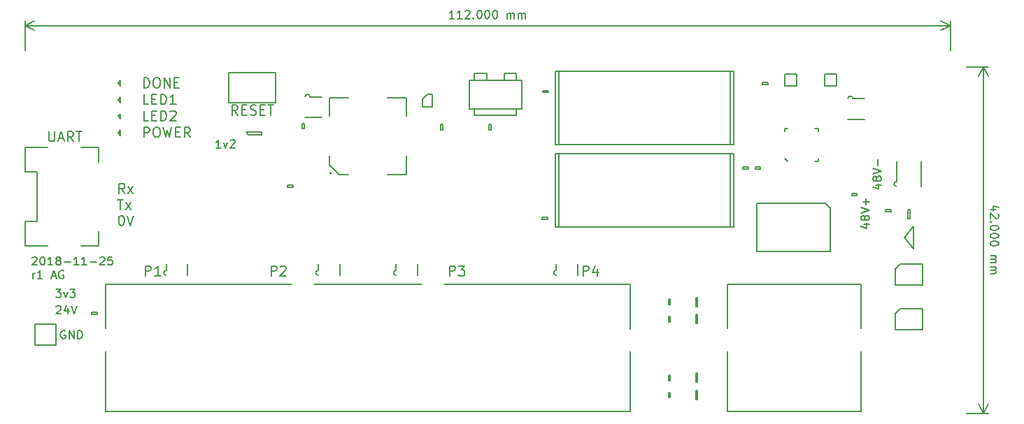
<source format=gbr>
G04 #@! TF.GenerationSoftware,KiCad,Pcbnew,6.0.0-rc1-unknown-106eaaa~84~ubuntu18.04.1*
G04 #@! TF.CreationDate,2018-11-27T01:39:18+00:00*
G04 #@! TF.ProjectId,proto-switch,70726f74-6f2d-4737-9769-7463682e6b69,1*
G04 #@! TF.SameCoordinates,Original*
G04 #@! TF.FileFunction,Legend,Top*
G04 #@! TF.FilePolarity,Positive*
%FSLAX46Y46*%
G04 Gerber Fmt 4.6, Leading zero omitted, Abs format (unit mm)*
G04 Created by KiCad (PCBNEW 6.0.0-rc1-unknown-106eaaa~84~ubuntu18.04.1) date Tue 27 Nov 2018 01:39:18 GMT*
%MOMM*%
%LPD*%
G01*
G04 APERTURE LIST*
%ADD10C,0.150000*%
G04 APERTURE END LIST*
D10*
X197514285Y-135333333D02*
X196847619Y-135333333D01*
X197895238Y-135095238D02*
X197180952Y-134857142D01*
X197180952Y-135476190D01*
X197752380Y-135809523D02*
X197800000Y-135857142D01*
X197847619Y-135952380D01*
X197847619Y-136190476D01*
X197800000Y-136285714D01*
X197752380Y-136333333D01*
X197657142Y-136380952D01*
X197561904Y-136380952D01*
X197419047Y-136333333D01*
X196847619Y-135761904D01*
X196847619Y-136380952D01*
X196942857Y-136809523D02*
X196895238Y-136857142D01*
X196847619Y-136809523D01*
X196895238Y-136761904D01*
X196942857Y-136809523D01*
X196847619Y-136809523D01*
X197847619Y-137476190D02*
X197847619Y-137571428D01*
X197800000Y-137666666D01*
X197752380Y-137714285D01*
X197657142Y-137761904D01*
X197466666Y-137809523D01*
X197228571Y-137809523D01*
X197038095Y-137761904D01*
X196942857Y-137714285D01*
X196895238Y-137666666D01*
X196847619Y-137571428D01*
X196847619Y-137476190D01*
X196895238Y-137380952D01*
X196942857Y-137333333D01*
X197038095Y-137285714D01*
X197228571Y-137238095D01*
X197466666Y-137238095D01*
X197657142Y-137285714D01*
X197752380Y-137333333D01*
X197800000Y-137380952D01*
X197847619Y-137476190D01*
X197847619Y-138428571D02*
X197847619Y-138523809D01*
X197800000Y-138619047D01*
X197752380Y-138666666D01*
X197657142Y-138714285D01*
X197466666Y-138761904D01*
X197228571Y-138761904D01*
X197038095Y-138714285D01*
X196942857Y-138666666D01*
X196895238Y-138619047D01*
X196847619Y-138523809D01*
X196847619Y-138428571D01*
X196895238Y-138333333D01*
X196942857Y-138285714D01*
X197038095Y-138238095D01*
X197228571Y-138190476D01*
X197466666Y-138190476D01*
X197657142Y-138238095D01*
X197752380Y-138285714D01*
X197800000Y-138333333D01*
X197847619Y-138428571D01*
X197847619Y-139380952D02*
X197847619Y-139476190D01*
X197800000Y-139571428D01*
X197752380Y-139619047D01*
X197657142Y-139666666D01*
X197466666Y-139714285D01*
X197228571Y-139714285D01*
X197038095Y-139666666D01*
X196942857Y-139619047D01*
X196895238Y-139571428D01*
X196847619Y-139476190D01*
X196847619Y-139380952D01*
X196895238Y-139285714D01*
X196942857Y-139238095D01*
X197038095Y-139190476D01*
X197228571Y-139142857D01*
X197466666Y-139142857D01*
X197657142Y-139190476D01*
X197752380Y-139238095D01*
X197800000Y-139285714D01*
X197847619Y-139380952D01*
X196847619Y-140904761D02*
X197514285Y-140904761D01*
X197419047Y-140904761D02*
X197466666Y-140952380D01*
X197514285Y-141047619D01*
X197514285Y-141190476D01*
X197466666Y-141285714D01*
X197371428Y-141333333D01*
X196847619Y-141333333D01*
X197371428Y-141333333D02*
X197466666Y-141380952D01*
X197514285Y-141476190D01*
X197514285Y-141619047D01*
X197466666Y-141714285D01*
X197371428Y-141761904D01*
X196847619Y-141761904D01*
X196847619Y-142238095D02*
X197514285Y-142238095D01*
X197419047Y-142238095D02*
X197466666Y-142285714D01*
X197514285Y-142380952D01*
X197514285Y-142523809D01*
X197466666Y-142619047D01*
X197371428Y-142666666D01*
X196847619Y-142666666D01*
X197371428Y-142666666D02*
X197466666Y-142714285D01*
X197514285Y-142809523D01*
X197514285Y-142952380D01*
X197466666Y-143047619D01*
X197371428Y-143095238D01*
X196847619Y-143095238D01*
X196000000Y-118000000D02*
X196000000Y-160000000D01*
X194000000Y-118000000D02*
X196586421Y-118000000D01*
X194000000Y-160000000D02*
X196586421Y-160000000D01*
X196000000Y-160000000D02*
X195413579Y-158873496D01*
X196000000Y-160000000D02*
X196586421Y-158873496D01*
X196000000Y-118000000D02*
X195413579Y-119126504D01*
X196000000Y-118000000D02*
X196586421Y-119126504D01*
X131952380Y-112152380D02*
X131380952Y-112152380D01*
X131666666Y-112152380D02*
X131666666Y-111152380D01*
X131571428Y-111295238D01*
X131476190Y-111390476D01*
X131380952Y-111438095D01*
X132904761Y-112152380D02*
X132333333Y-112152380D01*
X132619047Y-112152380D02*
X132619047Y-111152380D01*
X132523809Y-111295238D01*
X132428571Y-111390476D01*
X132333333Y-111438095D01*
X133285714Y-111247619D02*
X133333333Y-111200000D01*
X133428571Y-111152380D01*
X133666666Y-111152380D01*
X133761904Y-111200000D01*
X133809523Y-111247619D01*
X133857142Y-111342857D01*
X133857142Y-111438095D01*
X133809523Y-111580952D01*
X133238095Y-112152380D01*
X133857142Y-112152380D01*
X134285714Y-112057142D02*
X134333333Y-112104761D01*
X134285714Y-112152380D01*
X134238095Y-112104761D01*
X134285714Y-112057142D01*
X134285714Y-112152380D01*
X134952380Y-111152380D02*
X135047619Y-111152380D01*
X135142857Y-111200000D01*
X135190476Y-111247619D01*
X135238095Y-111342857D01*
X135285714Y-111533333D01*
X135285714Y-111771428D01*
X135238095Y-111961904D01*
X135190476Y-112057142D01*
X135142857Y-112104761D01*
X135047619Y-112152380D01*
X134952380Y-112152380D01*
X134857142Y-112104761D01*
X134809523Y-112057142D01*
X134761904Y-111961904D01*
X134714285Y-111771428D01*
X134714285Y-111533333D01*
X134761904Y-111342857D01*
X134809523Y-111247619D01*
X134857142Y-111200000D01*
X134952380Y-111152380D01*
X135904761Y-111152380D02*
X136000000Y-111152380D01*
X136095238Y-111200000D01*
X136142857Y-111247619D01*
X136190476Y-111342857D01*
X136238095Y-111533333D01*
X136238095Y-111771428D01*
X136190476Y-111961904D01*
X136142857Y-112057142D01*
X136095238Y-112104761D01*
X136000000Y-112152380D01*
X135904761Y-112152380D01*
X135809523Y-112104761D01*
X135761904Y-112057142D01*
X135714285Y-111961904D01*
X135666666Y-111771428D01*
X135666666Y-111533333D01*
X135714285Y-111342857D01*
X135761904Y-111247619D01*
X135809523Y-111200000D01*
X135904761Y-111152380D01*
X136857142Y-111152380D02*
X136952380Y-111152380D01*
X137047619Y-111200000D01*
X137095238Y-111247619D01*
X137142857Y-111342857D01*
X137190476Y-111533333D01*
X137190476Y-111771428D01*
X137142857Y-111961904D01*
X137095238Y-112057142D01*
X137047619Y-112104761D01*
X136952380Y-112152380D01*
X136857142Y-112152380D01*
X136761904Y-112104761D01*
X136714285Y-112057142D01*
X136666666Y-111961904D01*
X136619047Y-111771428D01*
X136619047Y-111533333D01*
X136666666Y-111342857D01*
X136714285Y-111247619D01*
X136761904Y-111200000D01*
X136857142Y-111152380D01*
X138380952Y-112152380D02*
X138380952Y-111485714D01*
X138380952Y-111580952D02*
X138428571Y-111533333D01*
X138523809Y-111485714D01*
X138666666Y-111485714D01*
X138761904Y-111533333D01*
X138809523Y-111628571D01*
X138809523Y-112152380D01*
X138809523Y-111628571D02*
X138857142Y-111533333D01*
X138952380Y-111485714D01*
X139095238Y-111485714D01*
X139190476Y-111533333D01*
X139238095Y-111628571D01*
X139238095Y-112152380D01*
X139714285Y-112152380D02*
X139714285Y-111485714D01*
X139714285Y-111580952D02*
X139761904Y-111533333D01*
X139857142Y-111485714D01*
X140000000Y-111485714D01*
X140095238Y-111533333D01*
X140142857Y-111628571D01*
X140142857Y-112152380D01*
X140142857Y-111628571D02*
X140190476Y-111533333D01*
X140285714Y-111485714D01*
X140428571Y-111485714D01*
X140523809Y-111533333D01*
X140571428Y-111628571D01*
X140571428Y-112152380D01*
X80000000Y-113000000D02*
X192000000Y-113000000D01*
X80000000Y-116000000D02*
X80000000Y-112413579D01*
X192000000Y-116000000D02*
X192000000Y-112413579D01*
X192000000Y-113000000D02*
X190873496Y-113586421D01*
X192000000Y-113000000D02*
X190873496Y-112413579D01*
X80000000Y-113000000D02*
X81126504Y-113586421D01*
X80000000Y-113000000D02*
X81126504Y-112413579D01*
X80887976Y-141122619D02*
X80935595Y-141075000D01*
X81030833Y-141027380D01*
X81268928Y-141027380D01*
X81364166Y-141075000D01*
X81411785Y-141122619D01*
X81459404Y-141217857D01*
X81459404Y-141313095D01*
X81411785Y-141455952D01*
X80840357Y-142027380D01*
X81459404Y-142027380D01*
X82078452Y-141027380D02*
X82173690Y-141027380D01*
X82268928Y-141075000D01*
X82316547Y-141122619D01*
X82364166Y-141217857D01*
X82411785Y-141408333D01*
X82411785Y-141646428D01*
X82364166Y-141836904D01*
X82316547Y-141932142D01*
X82268928Y-141979761D01*
X82173690Y-142027380D01*
X82078452Y-142027380D01*
X81983214Y-141979761D01*
X81935595Y-141932142D01*
X81887976Y-141836904D01*
X81840357Y-141646428D01*
X81840357Y-141408333D01*
X81887976Y-141217857D01*
X81935595Y-141122619D01*
X81983214Y-141075000D01*
X82078452Y-141027380D01*
X83364166Y-142027380D02*
X82792738Y-142027380D01*
X83078452Y-142027380D02*
X83078452Y-141027380D01*
X82983214Y-141170238D01*
X82887976Y-141265476D01*
X82792738Y-141313095D01*
X83935595Y-141455952D02*
X83840357Y-141408333D01*
X83792738Y-141360714D01*
X83745119Y-141265476D01*
X83745119Y-141217857D01*
X83792738Y-141122619D01*
X83840357Y-141075000D01*
X83935595Y-141027380D01*
X84126071Y-141027380D01*
X84221309Y-141075000D01*
X84268928Y-141122619D01*
X84316547Y-141217857D01*
X84316547Y-141265476D01*
X84268928Y-141360714D01*
X84221309Y-141408333D01*
X84126071Y-141455952D01*
X83935595Y-141455952D01*
X83840357Y-141503571D01*
X83792738Y-141551190D01*
X83745119Y-141646428D01*
X83745119Y-141836904D01*
X83792738Y-141932142D01*
X83840357Y-141979761D01*
X83935595Y-142027380D01*
X84126071Y-142027380D01*
X84221309Y-141979761D01*
X84268928Y-141932142D01*
X84316547Y-141836904D01*
X84316547Y-141646428D01*
X84268928Y-141551190D01*
X84221309Y-141503571D01*
X84126071Y-141455952D01*
X84745119Y-141646428D02*
X85507023Y-141646428D01*
X86507023Y-142027380D02*
X85935595Y-142027380D01*
X86221309Y-142027380D02*
X86221309Y-141027380D01*
X86126071Y-141170238D01*
X86030833Y-141265476D01*
X85935595Y-141313095D01*
X87459404Y-142027380D02*
X86887976Y-142027380D01*
X87173690Y-142027380D02*
X87173690Y-141027380D01*
X87078452Y-141170238D01*
X86983214Y-141265476D01*
X86887976Y-141313095D01*
X87887976Y-141646428D02*
X88649880Y-141646428D01*
X89078452Y-141122619D02*
X89126071Y-141075000D01*
X89221309Y-141027380D01*
X89459404Y-141027380D01*
X89554642Y-141075000D01*
X89602261Y-141122619D01*
X89649880Y-141217857D01*
X89649880Y-141313095D01*
X89602261Y-141455952D01*
X89030833Y-142027380D01*
X89649880Y-142027380D01*
X90554642Y-141027380D02*
X90078452Y-141027380D01*
X90030833Y-141503571D01*
X90078452Y-141455952D01*
X90173690Y-141408333D01*
X90411785Y-141408333D01*
X90507023Y-141455952D01*
X90554642Y-141503571D01*
X90602261Y-141598809D01*
X90602261Y-141836904D01*
X90554642Y-141932142D01*
X90507023Y-141979761D01*
X90411785Y-142027380D01*
X90173690Y-142027380D01*
X90078452Y-141979761D01*
X90030833Y-141932142D01*
X80935595Y-143677380D02*
X80935595Y-143010714D01*
X80935595Y-143201190D02*
X80983214Y-143105952D01*
X81030833Y-143058333D01*
X81126071Y-143010714D01*
X81221309Y-143010714D01*
X82078452Y-143677380D02*
X81507023Y-143677380D01*
X81792738Y-143677380D02*
X81792738Y-142677380D01*
X81697500Y-142820238D01*
X81602261Y-142915476D01*
X81507023Y-142963095D01*
X83221309Y-143391666D02*
X83697500Y-143391666D01*
X83126071Y-143677380D02*
X83459404Y-142677380D01*
X83792738Y-143677380D01*
X84649880Y-142725000D02*
X84554642Y-142677380D01*
X84411785Y-142677380D01*
X84268928Y-142725000D01*
X84173690Y-142820238D01*
X84126071Y-142915476D01*
X84078452Y-143105952D01*
X84078452Y-143248809D01*
X84126071Y-143439285D01*
X84173690Y-143534523D01*
X84268928Y-143629761D01*
X84411785Y-143677380D01*
X84507023Y-143677380D01*
X84649880Y-143629761D01*
X84697500Y-143582142D01*
X84697500Y-143248809D01*
X84507023Y-143248809D01*
X105757142Y-123842857D02*
X105357142Y-123271428D01*
X105071428Y-123842857D02*
X105071428Y-122642857D01*
X105528571Y-122642857D01*
X105642857Y-122700000D01*
X105700000Y-122757142D01*
X105757142Y-122871428D01*
X105757142Y-123042857D01*
X105700000Y-123157142D01*
X105642857Y-123214285D01*
X105528571Y-123271428D01*
X105071428Y-123271428D01*
X106271428Y-123214285D02*
X106671428Y-123214285D01*
X106842857Y-123842857D02*
X106271428Y-123842857D01*
X106271428Y-122642857D01*
X106842857Y-122642857D01*
X107300000Y-123785714D02*
X107471428Y-123842857D01*
X107757142Y-123842857D01*
X107871428Y-123785714D01*
X107928571Y-123728571D01*
X107985714Y-123614285D01*
X107985714Y-123500000D01*
X107928571Y-123385714D01*
X107871428Y-123328571D01*
X107757142Y-123271428D01*
X107528571Y-123214285D01*
X107414285Y-123157142D01*
X107357142Y-123100000D01*
X107300000Y-122985714D01*
X107300000Y-122871428D01*
X107357142Y-122757142D01*
X107414285Y-122700000D01*
X107528571Y-122642857D01*
X107814285Y-122642857D01*
X107985714Y-122700000D01*
X108500000Y-123214285D02*
X108900000Y-123214285D01*
X109071428Y-123842857D02*
X108500000Y-123842857D01*
X108500000Y-122642857D01*
X109071428Y-122642857D01*
X109414285Y-122642857D02*
X110100000Y-122642857D01*
X109757142Y-123842857D02*
X109757142Y-122642857D01*
X147583214Y-143342857D02*
X147583214Y-142142857D01*
X148040357Y-142142857D01*
X148154642Y-142200000D01*
X148211785Y-142257142D01*
X148268928Y-142371428D01*
X148268928Y-142542857D01*
X148211785Y-142657142D01*
X148154642Y-142714285D01*
X148040357Y-142771428D01*
X147583214Y-142771428D01*
X149297500Y-142542857D02*
X149297500Y-143342857D01*
X149011785Y-142085714D02*
X148726071Y-142942857D01*
X149468928Y-142942857D01*
X131383214Y-143342857D02*
X131383214Y-142142857D01*
X131840357Y-142142857D01*
X131954642Y-142200000D01*
X132011785Y-142257142D01*
X132068928Y-142371428D01*
X132068928Y-142542857D01*
X132011785Y-142657142D01*
X131954642Y-142714285D01*
X131840357Y-142771428D01*
X131383214Y-142771428D01*
X132468928Y-142142857D02*
X133211785Y-142142857D01*
X132811785Y-142600000D01*
X132983214Y-142600000D01*
X133097500Y-142657142D01*
X133154642Y-142714285D01*
X133211785Y-142828571D01*
X133211785Y-143114285D01*
X133154642Y-143228571D01*
X133097500Y-143285714D01*
X132983214Y-143342857D01*
X132640357Y-143342857D01*
X132526071Y-143285714D01*
X132468928Y-143228571D01*
X109783214Y-143342857D02*
X109783214Y-142142857D01*
X110240357Y-142142857D01*
X110354642Y-142200000D01*
X110411785Y-142257142D01*
X110468928Y-142371428D01*
X110468928Y-142542857D01*
X110411785Y-142657142D01*
X110354642Y-142714285D01*
X110240357Y-142771428D01*
X109783214Y-142771428D01*
X110926071Y-142257142D02*
X110983214Y-142200000D01*
X111097500Y-142142857D01*
X111383214Y-142142857D01*
X111497500Y-142200000D01*
X111554642Y-142257142D01*
X111611785Y-142371428D01*
X111611785Y-142485714D01*
X111554642Y-142657142D01*
X110868928Y-143342857D01*
X111611785Y-143342857D01*
X94583214Y-143342857D02*
X94583214Y-142142857D01*
X95040357Y-142142857D01*
X95154642Y-142200000D01*
X95211785Y-142257142D01*
X95268928Y-142371428D01*
X95268928Y-142542857D01*
X95211785Y-142657142D01*
X95154642Y-142714285D01*
X95040357Y-142771428D01*
X94583214Y-142771428D01*
X96411785Y-143342857D02*
X95726071Y-143342857D01*
X96068928Y-143342857D02*
X96068928Y-142142857D01*
X95954642Y-142314285D01*
X95840357Y-142428571D01*
X95726071Y-142485714D01*
X182985714Y-132333333D02*
X183652380Y-132333333D01*
X182604761Y-132571428D02*
X183319047Y-132809523D01*
X183319047Y-132190476D01*
X183080952Y-131666666D02*
X183033333Y-131761904D01*
X182985714Y-131809523D01*
X182890476Y-131857142D01*
X182842857Y-131857142D01*
X182747619Y-131809523D01*
X182700000Y-131761904D01*
X182652380Y-131666666D01*
X182652380Y-131476190D01*
X182700000Y-131380952D01*
X182747619Y-131333333D01*
X182842857Y-131285714D01*
X182890476Y-131285714D01*
X182985714Y-131333333D01*
X183033333Y-131380952D01*
X183080952Y-131476190D01*
X183080952Y-131666666D01*
X183128571Y-131761904D01*
X183176190Y-131809523D01*
X183271428Y-131857142D01*
X183461904Y-131857142D01*
X183557142Y-131809523D01*
X183604761Y-131761904D01*
X183652380Y-131666666D01*
X183652380Y-131476190D01*
X183604761Y-131380952D01*
X183557142Y-131333333D01*
X183461904Y-131285714D01*
X183271428Y-131285714D01*
X183176190Y-131333333D01*
X183128571Y-131380952D01*
X183080952Y-131476190D01*
X182652380Y-131000000D02*
X183652380Y-130666666D01*
X182652380Y-130333333D01*
X183271428Y-130000000D02*
X183271428Y-129238095D01*
X181535714Y-137083333D02*
X182202380Y-137083333D01*
X181154761Y-137321428D02*
X181869047Y-137559523D01*
X181869047Y-136940476D01*
X181630952Y-136416666D02*
X181583333Y-136511904D01*
X181535714Y-136559523D01*
X181440476Y-136607142D01*
X181392857Y-136607142D01*
X181297619Y-136559523D01*
X181250000Y-136511904D01*
X181202380Y-136416666D01*
X181202380Y-136226190D01*
X181250000Y-136130952D01*
X181297619Y-136083333D01*
X181392857Y-136035714D01*
X181440476Y-136035714D01*
X181535714Y-136083333D01*
X181583333Y-136130952D01*
X181630952Y-136226190D01*
X181630952Y-136416666D01*
X181678571Y-136511904D01*
X181726190Y-136559523D01*
X181821428Y-136607142D01*
X182011904Y-136607142D01*
X182107142Y-136559523D01*
X182154761Y-136511904D01*
X182202380Y-136416666D01*
X182202380Y-136226190D01*
X182154761Y-136130952D01*
X182107142Y-136083333D01*
X182011904Y-136035714D01*
X181821428Y-136035714D01*
X181726190Y-136083333D01*
X181678571Y-136130952D01*
X181630952Y-136226190D01*
X181202380Y-135750000D02*
X182202380Y-135416666D01*
X181202380Y-135083333D01*
X181821428Y-134750000D02*
X181821428Y-133988095D01*
X182202380Y-134369047D02*
X181440476Y-134369047D01*
X103697738Y-127852380D02*
X103126309Y-127852380D01*
X103412023Y-127852380D02*
X103412023Y-126852380D01*
X103316785Y-126995238D01*
X103221547Y-127090476D01*
X103126309Y-127138095D01*
X104031071Y-127185714D02*
X104269166Y-127852380D01*
X104507261Y-127185714D01*
X104840595Y-126947619D02*
X104888214Y-126900000D01*
X104983452Y-126852380D01*
X105221547Y-126852380D01*
X105316785Y-126900000D01*
X105364404Y-126947619D01*
X105412023Y-127042857D01*
X105412023Y-127138095D01*
X105364404Y-127280952D01*
X104792976Y-127852380D01*
X105412023Y-127852380D01*
X84859404Y-150000000D02*
X84764166Y-149952380D01*
X84621309Y-149952380D01*
X84478452Y-150000000D01*
X84383214Y-150095238D01*
X84335595Y-150190476D01*
X84287976Y-150380952D01*
X84287976Y-150523809D01*
X84335595Y-150714285D01*
X84383214Y-150809523D01*
X84478452Y-150904761D01*
X84621309Y-150952380D01*
X84716547Y-150952380D01*
X84859404Y-150904761D01*
X84907023Y-150857142D01*
X84907023Y-150523809D01*
X84716547Y-150523809D01*
X85335595Y-150952380D02*
X85335595Y-149952380D01*
X85907023Y-150952380D01*
X85907023Y-149952380D01*
X86383214Y-150952380D02*
X86383214Y-149952380D01*
X86621309Y-149952380D01*
X86764166Y-150000000D01*
X86859404Y-150095238D01*
X86907023Y-150190476D01*
X86954642Y-150380952D01*
X86954642Y-150523809D01*
X86907023Y-150714285D01*
X86859404Y-150809523D01*
X86764166Y-150904761D01*
X86621309Y-150952380D01*
X86383214Y-150952380D01*
X83787976Y-147047619D02*
X83835595Y-147000000D01*
X83930833Y-146952380D01*
X84168928Y-146952380D01*
X84264166Y-147000000D01*
X84311785Y-147047619D01*
X84359404Y-147142857D01*
X84359404Y-147238095D01*
X84311785Y-147380952D01*
X83740357Y-147952380D01*
X84359404Y-147952380D01*
X85216547Y-147285714D02*
X85216547Y-147952380D01*
X84978452Y-146904761D02*
X84740357Y-147619047D01*
X85359404Y-147619047D01*
X85597500Y-146952380D02*
X85930833Y-147952380D01*
X86264166Y-146952380D01*
X83740357Y-144952380D02*
X84359404Y-144952380D01*
X84026071Y-145333333D01*
X84168928Y-145333333D01*
X84264166Y-145380952D01*
X84311785Y-145428571D01*
X84359404Y-145523809D01*
X84359404Y-145761904D01*
X84311785Y-145857142D01*
X84264166Y-145904761D01*
X84168928Y-145952380D01*
X83883214Y-145952380D01*
X83787976Y-145904761D01*
X83740357Y-145857142D01*
X84692738Y-145285714D02*
X84930833Y-145952380D01*
X85168928Y-145285714D01*
X85454642Y-144952380D02*
X86073690Y-144952380D01*
X85740357Y-145333333D01*
X85883214Y-145333333D01*
X85978452Y-145380952D01*
X86026071Y-145428571D01*
X86073690Y-145523809D01*
X86073690Y-145761904D01*
X86026071Y-145857142D01*
X85978452Y-145904761D01*
X85883214Y-145952380D01*
X85597500Y-145952380D01*
X85502261Y-145904761D01*
X85454642Y-145857142D01*
X92068928Y-133342857D02*
X91668928Y-132771428D01*
X91383214Y-133342857D02*
X91383214Y-132142857D01*
X91840357Y-132142857D01*
X91954642Y-132200000D01*
X92011785Y-132257142D01*
X92068928Y-132371428D01*
X92068928Y-132542857D01*
X92011785Y-132657142D01*
X91954642Y-132714285D01*
X91840357Y-132771428D01*
X91383214Y-132771428D01*
X92468928Y-133342857D02*
X93097500Y-132542857D01*
X92468928Y-132542857D02*
X93097500Y-133342857D01*
X91211785Y-134092857D02*
X91897500Y-134092857D01*
X91554642Y-135292857D02*
X91554642Y-134092857D01*
X92183214Y-135292857D02*
X92811785Y-134492857D01*
X92183214Y-134492857D02*
X92811785Y-135292857D01*
X91611785Y-136042857D02*
X91726071Y-136042857D01*
X91840357Y-136100000D01*
X91897500Y-136157142D01*
X91954642Y-136271428D01*
X92011785Y-136500000D01*
X92011785Y-136785714D01*
X91954642Y-137014285D01*
X91897500Y-137128571D01*
X91840357Y-137185714D01*
X91726071Y-137242857D01*
X91611785Y-137242857D01*
X91497500Y-137185714D01*
X91440357Y-137128571D01*
X91383214Y-137014285D01*
X91326071Y-136785714D01*
X91326071Y-136500000D01*
X91383214Y-136271428D01*
X91440357Y-136157142D01*
X91497500Y-136100000D01*
X91611785Y-136042857D01*
X92354642Y-136042857D02*
X92754642Y-137242857D01*
X93154642Y-136042857D01*
X82883214Y-125842857D02*
X82883214Y-126814285D01*
X82940357Y-126928571D01*
X82997500Y-126985714D01*
X83111785Y-127042857D01*
X83340357Y-127042857D01*
X83454642Y-126985714D01*
X83511785Y-126928571D01*
X83568928Y-126814285D01*
X83568928Y-125842857D01*
X84083214Y-126700000D02*
X84654642Y-126700000D01*
X83968928Y-127042857D02*
X84368928Y-125842857D01*
X84768928Y-127042857D01*
X85854642Y-127042857D02*
X85454642Y-126471428D01*
X85168928Y-127042857D02*
X85168928Y-125842857D01*
X85626071Y-125842857D01*
X85740357Y-125900000D01*
X85797500Y-125957142D01*
X85854642Y-126071428D01*
X85854642Y-126242857D01*
X85797500Y-126357142D01*
X85740357Y-126414285D01*
X85626071Y-126471428D01*
X85168928Y-126471428D01*
X86197500Y-125842857D02*
X86883214Y-125842857D01*
X86540357Y-127042857D02*
X86540357Y-125842857D01*
X94383214Y-126542857D02*
X94383214Y-125342857D01*
X94840357Y-125342857D01*
X94954642Y-125400000D01*
X95011785Y-125457142D01*
X95068928Y-125571428D01*
X95068928Y-125742857D01*
X95011785Y-125857142D01*
X94954642Y-125914285D01*
X94840357Y-125971428D01*
X94383214Y-125971428D01*
X95811785Y-125342857D02*
X96040357Y-125342857D01*
X96154642Y-125400000D01*
X96268928Y-125514285D01*
X96326071Y-125742857D01*
X96326071Y-126142857D01*
X96268928Y-126371428D01*
X96154642Y-126485714D01*
X96040357Y-126542857D01*
X95811785Y-126542857D01*
X95697500Y-126485714D01*
X95583214Y-126371428D01*
X95526071Y-126142857D01*
X95526071Y-125742857D01*
X95583214Y-125514285D01*
X95697500Y-125400000D01*
X95811785Y-125342857D01*
X96726071Y-125342857D02*
X97011785Y-126542857D01*
X97240357Y-125685714D01*
X97468928Y-126542857D01*
X97754642Y-125342857D01*
X98211785Y-125914285D02*
X98611785Y-125914285D01*
X98783214Y-126542857D02*
X98211785Y-126542857D01*
X98211785Y-125342857D01*
X98783214Y-125342857D01*
X99983214Y-126542857D02*
X99583214Y-125971428D01*
X99297500Y-126542857D02*
X99297500Y-125342857D01*
X99754642Y-125342857D01*
X99868928Y-125400000D01*
X99926071Y-125457142D01*
X99983214Y-125571428D01*
X99983214Y-125742857D01*
X99926071Y-125857142D01*
X99868928Y-125914285D01*
X99754642Y-125971428D01*
X99297500Y-125971428D01*
X94954642Y-124542857D02*
X94383214Y-124542857D01*
X94383214Y-123342857D01*
X95354642Y-123914285D02*
X95754642Y-123914285D01*
X95926071Y-124542857D02*
X95354642Y-124542857D01*
X95354642Y-123342857D01*
X95926071Y-123342857D01*
X96440357Y-124542857D02*
X96440357Y-123342857D01*
X96726071Y-123342857D01*
X96897500Y-123400000D01*
X97011785Y-123514285D01*
X97068928Y-123628571D01*
X97126071Y-123857142D01*
X97126071Y-124028571D01*
X97068928Y-124257142D01*
X97011785Y-124371428D01*
X96897500Y-124485714D01*
X96726071Y-124542857D01*
X96440357Y-124542857D01*
X97583214Y-123457142D02*
X97640357Y-123400000D01*
X97754642Y-123342857D01*
X98040357Y-123342857D01*
X98154642Y-123400000D01*
X98211785Y-123457142D01*
X98268928Y-123571428D01*
X98268928Y-123685714D01*
X98211785Y-123857142D01*
X97526071Y-124542857D01*
X98268928Y-124542857D01*
X94954642Y-122542857D02*
X94383214Y-122542857D01*
X94383214Y-121342857D01*
X95354642Y-121914285D02*
X95754642Y-121914285D01*
X95926071Y-122542857D02*
X95354642Y-122542857D01*
X95354642Y-121342857D01*
X95926071Y-121342857D01*
X96440357Y-122542857D02*
X96440357Y-121342857D01*
X96726071Y-121342857D01*
X96897500Y-121400000D01*
X97011785Y-121514285D01*
X97068928Y-121628571D01*
X97126071Y-121857142D01*
X97126071Y-122028571D01*
X97068928Y-122257142D01*
X97011785Y-122371428D01*
X96897500Y-122485714D01*
X96726071Y-122542857D01*
X96440357Y-122542857D01*
X98268928Y-122542857D02*
X97583214Y-122542857D01*
X97926071Y-122542857D02*
X97926071Y-121342857D01*
X97811785Y-121514285D01*
X97697500Y-121628571D01*
X97583214Y-121685714D01*
X94383214Y-120542857D02*
X94383214Y-119342857D01*
X94668928Y-119342857D01*
X94840357Y-119400000D01*
X94954642Y-119514285D01*
X95011785Y-119628571D01*
X95068928Y-119857142D01*
X95068928Y-120028571D01*
X95011785Y-120257142D01*
X94954642Y-120371428D01*
X94840357Y-120485714D01*
X94668928Y-120542857D01*
X94383214Y-120542857D01*
X95811785Y-119342857D02*
X96040357Y-119342857D01*
X96154642Y-119400000D01*
X96268928Y-119514285D01*
X96326071Y-119742857D01*
X96326071Y-120142857D01*
X96268928Y-120371428D01*
X96154642Y-120485714D01*
X96040357Y-120542857D01*
X95811785Y-120542857D01*
X95697500Y-120485714D01*
X95583214Y-120371428D01*
X95526071Y-120142857D01*
X95526071Y-119742857D01*
X95583214Y-119514285D01*
X95697500Y-119400000D01*
X95811785Y-119342857D01*
X96840357Y-120542857D02*
X96840357Y-119342857D01*
X97526071Y-120542857D01*
X97526071Y-119342857D01*
X98097500Y-119914285D02*
X98497500Y-119914285D01*
X98668928Y-120542857D02*
X98097500Y-120542857D01*
X98097500Y-119342857D01*
X98668928Y-119342857D01*
G04 #@! TO.C,J202*
X88950000Y-139750000D02*
X88950000Y-137950000D01*
X88950000Y-139750000D02*
X86800000Y-139750000D01*
X88950000Y-127750000D02*
X88950000Y-129550000D01*
X88950000Y-127750000D02*
X86800000Y-127750000D01*
X80050000Y-139750000D02*
X82700000Y-139750000D01*
X80050000Y-127750000D02*
X82700000Y-127750000D01*
X80050000Y-130750000D02*
X80050000Y-127750000D01*
X81450000Y-130750000D02*
X80050000Y-130750000D01*
X81450000Y-136750000D02*
X81450000Y-130750000D01*
X80050000Y-136750000D02*
X81450000Y-136750000D01*
X80050000Y-139750000D02*
X80050000Y-136750000D01*
G04 #@! TO.C,C224*
X136175000Y-125625000D02*
X136175000Y-124975000D01*
X136425000Y-125625000D02*
X136175000Y-125625000D01*
X136425000Y-124975000D02*
X136425000Y-125625000D01*
X136175000Y-124975000D02*
X136425000Y-124975000D01*
G04 #@! TO.C,C223*
X111775000Y-132375000D02*
X112425000Y-132375000D01*
X111775000Y-132625000D02*
X111775000Y-132375000D01*
X112425000Y-132625000D02*
X111775000Y-132625000D01*
X112425000Y-132375000D02*
X112425000Y-132625000D01*
G04 #@! TO.C,D303*
X185350000Y-147930000D02*
X185950000Y-147330000D01*
X185350000Y-149870000D02*
X185350000Y-147930000D01*
X188650000Y-149870000D02*
X185350000Y-149870000D01*
X188650000Y-147330000D02*
X188650000Y-149870000D01*
X185950000Y-147330000D02*
X188650000Y-147330000D01*
G04 #@! TO.C,D302*
X185350000Y-142530000D02*
X185950000Y-141930000D01*
X185350000Y-144470000D02*
X185350000Y-142530000D01*
X188650000Y-144470000D02*
X185350000Y-144470000D01*
X188650000Y-141930000D02*
X188650000Y-144470000D01*
X185950000Y-141930000D02*
X188650000Y-141930000D01*
G04 #@! TO.C,IC202*
X117100000Y-130900000D02*
G75*
G03X117100000Y-130900000I-100000J0D01*
G01*
X118000000Y-131050000D02*
X119100000Y-131050000D01*
X116850000Y-129900000D02*
X118000000Y-131050000D01*
X116850000Y-128800000D02*
X116850000Y-129900000D01*
X126150000Y-131050000D02*
X123900000Y-131050000D01*
X126150000Y-128800000D02*
X126150000Y-131050000D01*
X116850000Y-121750000D02*
X119100000Y-121750000D01*
X116850000Y-124000000D02*
X116850000Y-121750000D01*
X126150000Y-121750000D02*
X123900000Y-121750000D01*
X126150000Y-124000000D02*
X126150000Y-121750000D01*
X116850000Y-121750000D02*
X119100000Y-121750000D01*
X116850000Y-124000000D02*
X116850000Y-121750000D01*
X116850000Y-121750000D02*
X119100000Y-121750000D01*
X116850000Y-124000000D02*
X116850000Y-121750000D01*
G04 #@! TO.C,J302*
X181200000Y-144400000D02*
X165000000Y-144400000D01*
X181200000Y-149700000D02*
X181200000Y-144400000D01*
X181200000Y-159800000D02*
X181200000Y-152500000D01*
X165000000Y-159800000D02*
X181200000Y-159800000D01*
X165000000Y-152500000D02*
X165000000Y-159800000D01*
X165000000Y-144400000D02*
X165000000Y-149700000D01*
G04 #@! TO.C,Y301*
X180200000Y-121850000D02*
G75*
G03X179600000Y-121850000I-300000J0D01*
G01*
X179600000Y-124350000D02*
X181600000Y-124350000D01*
X180200000Y-121850000D02*
X181600000Y-121850000D01*
G04 #@! TO.C,Y201*
X114500000Y-121650000D02*
G75*
G03X113900000Y-121650000I-300000J0D01*
G01*
X113900000Y-124150000D02*
X115900000Y-124150000D01*
X114500000Y-121650000D02*
X115900000Y-121650000D01*
G04 #@! TO.C,D501*
X91525000Y-125675000D02*
X91525000Y-126325000D01*
X91275000Y-126000000D02*
X91525000Y-126325000D01*
X91275000Y-126000000D02*
X91525000Y-125675000D01*
G04 #@! TO.C,C505*
X88725000Y-148025000D02*
X88075000Y-148025000D01*
X88725000Y-147775000D02*
X88725000Y-148025000D01*
X88075000Y-147775000D02*
X88725000Y-147775000D01*
X88075000Y-148025000D02*
X88075000Y-147775000D01*
G04 #@! TO.C,J401*
X128000000Y-144400000D02*
X115000000Y-144400000D01*
X112250000Y-144400000D02*
X89778000Y-144400000D01*
X153250000Y-159800000D02*
X153250000Y-152500000D01*
X153250000Y-144400000D02*
X153250000Y-149750000D01*
X153250000Y-144400000D02*
X130750000Y-144400000D01*
X89778000Y-159800000D02*
X153250000Y-159800000D01*
X89778000Y-152500000D02*
X89778000Y-159800000D01*
X89778000Y-144400000D02*
X89778000Y-149700000D01*
G04 #@! TO.C,T301*
X176845000Y-134570000D02*
X177445000Y-135170000D01*
X168555000Y-134570000D02*
X176845000Y-134570000D01*
X168555000Y-140430000D02*
X168555000Y-134570000D01*
X177445000Y-140430000D02*
X168555000Y-140430000D01*
X177445000Y-135170000D02*
X177445000Y-140430000D01*
G04 #@! TO.C,SW201*
X104700000Y-122325000D02*
X104700000Y-118675000D01*
X110300000Y-122325000D02*
X104700000Y-122325000D01*
X110300000Y-118675000D02*
X110300000Y-122325000D01*
X104700000Y-118675000D02*
X110300000Y-118675000D01*
G04 #@! TO.C,R315*
X158125000Y-146175000D02*
X158125000Y-146825000D01*
X157875000Y-146175000D02*
X158125000Y-146175000D01*
X157875000Y-146825000D02*
X157875000Y-146175000D01*
X158125000Y-146825000D02*
X157875000Y-146825000D01*
G04 #@! TO.C,R314*
X158125000Y-148275000D02*
X158125000Y-148925000D01*
X157875000Y-148275000D02*
X158125000Y-148275000D01*
X157875000Y-148925000D02*
X157875000Y-148275000D01*
X158125000Y-148925000D02*
X157875000Y-148925000D01*
G04 #@! TO.C,R313*
X158125000Y-157475000D02*
X158125000Y-158125000D01*
X157875000Y-157475000D02*
X158125000Y-157475000D01*
X157875000Y-158125000D02*
X157875000Y-157475000D01*
X158125000Y-158125000D02*
X157875000Y-158125000D01*
G04 #@! TO.C,R312*
X158125000Y-155375000D02*
X158125000Y-156025000D01*
X157875000Y-155375000D02*
X158125000Y-155375000D01*
X157875000Y-156025000D02*
X157875000Y-155375000D01*
X158125000Y-156025000D02*
X157875000Y-156025000D01*
G04 #@! TO.C,L302*
X184175000Y-135275000D02*
X184825000Y-135275000D01*
X184175000Y-135525000D02*
X184175000Y-135275000D01*
X184825000Y-135525000D02*
X184175000Y-135525000D01*
X184825000Y-135275000D02*
X184825000Y-135525000D01*
G04 #@! TO.C,L301*
X169925000Y-120125000D02*
X169275000Y-120125000D01*
X169925000Y-119875000D02*
X169925000Y-120125000D01*
X169275000Y-119875000D02*
X169925000Y-119875000D01*
X169275000Y-120125000D02*
X169275000Y-119875000D01*
G04 #@! TO.C,J501*
X81230000Y-151770000D02*
X81230000Y-149230000D01*
X83770000Y-151770000D02*
X81230000Y-151770000D01*
X83770000Y-149230000D02*
X83770000Y-151770000D01*
X81230000Y-149230000D02*
X83770000Y-149230000D01*
G04 #@! TO.C,J201*
X140125000Y-123079500D02*
X136950000Y-123079500D01*
X140125000Y-119650500D02*
X140125000Y-123079500D01*
X133775000Y-119650500D02*
X140125000Y-119650500D01*
X133775000Y-123079500D02*
X133775000Y-119650500D01*
X136950000Y-123079500D02*
X133775000Y-123079500D01*
X134410000Y-123905000D02*
X134410000Y-123079500D01*
X139490000Y-123905000D02*
X134410000Y-123905000D01*
X139490000Y-123079500D02*
X139490000Y-123905000D01*
X138029500Y-118825000D02*
X138029500Y-119650500D01*
X139490000Y-118825000D02*
X138029500Y-118825000D01*
X139490000Y-119650500D02*
X139490000Y-118825000D01*
X135870500Y-118825000D02*
X135870500Y-119650500D01*
X134410000Y-118825000D02*
X135870500Y-118825000D01*
X134410000Y-119650500D02*
X134410000Y-118825000D01*
G04 #@! TO.C,IC503*
X144600000Y-137450000D02*
X144600000Y-128550000D01*
X165400000Y-137450000D02*
X165400000Y-128550000D01*
X165800000Y-137450000D02*
X144200000Y-137450000D01*
X165800000Y-128550000D02*
X165800000Y-137450000D01*
X144200000Y-128550000D02*
X165800000Y-128550000D01*
X144200000Y-137450000D02*
X144200000Y-128550000D01*
G04 #@! TO.C,IC502*
X107050000Y-126250000D02*
X106750000Y-125950000D01*
X108650000Y-126250000D02*
X107050000Y-126250000D01*
X108650000Y-125950000D02*
X108650000Y-126250000D01*
X106750000Y-125950000D02*
X108650000Y-125950000D01*
X106750000Y-125950000D02*
X106750000Y-125950000D01*
G04 #@! TO.C,IC501*
X144600000Y-127450000D02*
X144600000Y-118550000D01*
X165400000Y-127450000D02*
X165400000Y-118550000D01*
X165800000Y-127450000D02*
X144200000Y-127450000D01*
X165800000Y-118550000D02*
X165800000Y-127450000D01*
X144200000Y-118550000D02*
X165800000Y-118550000D01*
X144200000Y-127450000D02*
X144200000Y-118550000D01*
G04 #@! TO.C,IC408*
X144300000Y-142675000D02*
G75*
G03X144300000Y-143275000I0J-300000D01*
G01*
X146900000Y-143275000D02*
X146900000Y-141925000D01*
X144300000Y-142675000D02*
X144300000Y-141925000D01*
G04 #@! TO.C,IC406*
X124900000Y-142675000D02*
G75*
G03X124900000Y-143275000I0J-300000D01*
G01*
X127500000Y-143275000D02*
X127500000Y-141925000D01*
X124900000Y-142675000D02*
X124900000Y-141925000D01*
G04 #@! TO.C,IC404*
X115500000Y-142675000D02*
G75*
G03X115500000Y-143275000I0J-300000D01*
G01*
X118100000Y-143275000D02*
X118100000Y-141925000D01*
X115500000Y-142675000D02*
X115500000Y-141925000D01*
G04 #@! TO.C,IC402*
X97100000Y-142675000D02*
G75*
G03X97100000Y-143275000I0J-300000D01*
G01*
X99700000Y-143275000D02*
X99700000Y-141925000D01*
X97100000Y-142675000D02*
X97100000Y-141925000D01*
G04 #@! TO.C,IC303*
X185500000Y-131900000D02*
G75*
G03X185500000Y-132500000I0J-300000D01*
G01*
X188500000Y-132500000D02*
X188500000Y-129500000D01*
X185500000Y-131900000D02*
X185500000Y-129500000D01*
G04 #@! TO.C,IC301*
X176000000Y-129500000D02*
X175650000Y-129500000D01*
X176000000Y-129150000D02*
X176000000Y-129500000D01*
X176000000Y-125500000D02*
X175650000Y-125500000D01*
X176000000Y-125850000D02*
X176000000Y-125500000D01*
X172000000Y-125500000D02*
X172350000Y-125500000D01*
X172000000Y-125850000D02*
X172000000Y-125500000D01*
X172350000Y-129500000D02*
X172000000Y-129150000D01*
G04 #@! TO.C,IC201*
X128125000Y-121950000D02*
X128725000Y-121350000D01*
X128125000Y-122850000D02*
X128125000Y-121950000D01*
X129275000Y-122850000D02*
X128125000Y-122850000D01*
X129275000Y-121350000D02*
X129275000Y-122850000D01*
X128725000Y-121350000D02*
X129275000Y-121350000D01*
G04 #@! TO.C,D301*
X187550000Y-137315000D02*
X187550000Y-140085000D01*
X186450000Y-138700000D02*
X187550000Y-140085000D01*
X186450000Y-138700000D02*
X187550000Y-137315000D01*
G04 #@! TO.C,D203*
X91525000Y-119675000D02*
X91525000Y-120325000D01*
X91275000Y-120000000D02*
X91525000Y-120325000D01*
X91275000Y-120000000D02*
X91525000Y-119675000D01*
G04 #@! TO.C,D202*
X91525000Y-123675000D02*
X91525000Y-124325000D01*
X91275000Y-124000000D02*
X91525000Y-124325000D01*
X91275000Y-124000000D02*
X91525000Y-123675000D01*
G04 #@! TO.C,D201*
X91525000Y-121675000D02*
X91525000Y-122325000D01*
X91275000Y-122000000D02*
X91525000Y-122325000D01*
X91275000Y-122000000D02*
X91525000Y-121675000D01*
G04 #@! TO.C,C502*
X143225000Y-136525000D02*
X142575000Y-136525000D01*
X143225000Y-136275000D02*
X143225000Y-136525000D01*
X142575000Y-136275000D02*
X143225000Y-136275000D01*
X142575000Y-136525000D02*
X142575000Y-136275000D01*
G04 #@! TO.C,C501*
X143325000Y-121125000D02*
X142675000Y-121125000D01*
X143325000Y-120875000D02*
X143325000Y-121125000D01*
X142675000Y-120875000D02*
X143325000Y-120875000D01*
X142675000Y-121125000D02*
X142675000Y-120875000D01*
G04 #@! TO.C,C313*
X186875000Y-136450000D02*
X186875000Y-135350000D01*
X187125000Y-136450000D02*
X186875000Y-136450000D01*
X187125000Y-135350000D02*
X187125000Y-136450000D01*
X186875000Y-135350000D02*
X187125000Y-135350000D01*
G04 #@! TO.C,C312*
X161425000Y-145950000D02*
X161425000Y-147050000D01*
X161175000Y-145950000D02*
X161425000Y-145950000D01*
X161175000Y-147050000D02*
X161175000Y-145950000D01*
X161425000Y-147050000D02*
X161175000Y-147050000D01*
G04 #@! TO.C,C311*
X161425000Y-148050000D02*
X161425000Y-149150000D01*
X161175000Y-148050000D02*
X161425000Y-148050000D01*
X161175000Y-149150000D02*
X161175000Y-148050000D01*
X161425000Y-149150000D02*
X161175000Y-149150000D01*
G04 #@! TO.C,C310*
X161425000Y-157250000D02*
X161425000Y-158350000D01*
X161175000Y-157250000D02*
X161425000Y-157250000D01*
X161175000Y-158350000D02*
X161175000Y-157250000D01*
X161425000Y-158350000D02*
X161175000Y-158350000D01*
G04 #@! TO.C,C309*
X161425000Y-155150000D02*
X161425000Y-156250000D01*
X161175000Y-155150000D02*
X161425000Y-155150000D01*
X161175000Y-156250000D02*
X161175000Y-155150000D01*
X161425000Y-156250000D02*
X161175000Y-156250000D01*
G04 #@! TO.C,C308*
X180725000Y-133625000D02*
X180075000Y-133625000D01*
X180725000Y-133375000D02*
X180725000Y-133625000D01*
X180075000Y-133375000D02*
X180725000Y-133375000D01*
X180075000Y-133625000D02*
X180075000Y-133375000D01*
G04 #@! TO.C,C307*
X167525000Y-130425000D02*
X166875000Y-130425000D01*
X167525000Y-130175000D02*
X167525000Y-130425000D01*
X166875000Y-130175000D02*
X167525000Y-130175000D01*
X166875000Y-130425000D02*
X166875000Y-130175000D01*
G04 #@! TO.C,C305*
X168375000Y-130175000D02*
X169025000Y-130175000D01*
X168375000Y-130425000D02*
X168375000Y-130175000D01*
X169025000Y-130425000D02*
X168375000Y-130425000D01*
X169025000Y-130175000D02*
X169025000Y-130425000D01*
G04 #@! TO.C,C303*
X178225000Y-118875000D02*
X178225000Y-120325000D01*
X176775000Y-118875000D02*
X178225000Y-118875000D01*
X176775000Y-120325000D02*
X176775000Y-118875000D01*
X178225000Y-120325000D02*
X176775000Y-120325000D01*
G04 #@! TO.C,C301*
X171975000Y-120325000D02*
X171975000Y-118875000D01*
X173425000Y-120325000D02*
X171975000Y-120325000D01*
X173425000Y-118875000D02*
X173425000Y-120325000D01*
X171975000Y-118875000D02*
X173425000Y-118875000D01*
G04 #@! TO.C,C221*
X113825000Y-124875000D02*
X113825000Y-125525000D01*
X113575000Y-124875000D02*
X113825000Y-124875000D01*
X113575000Y-125525000D02*
X113575000Y-124875000D01*
X113825000Y-125525000D02*
X113575000Y-125525000D01*
G04 #@! TO.C,C218*
X130575000Y-124975000D02*
X130575000Y-125625000D01*
X130325000Y-124975000D02*
X130575000Y-124975000D01*
X130325000Y-125625000D02*
X130325000Y-124975000D01*
X130575000Y-125625000D02*
X130325000Y-125625000D01*
G04 #@! TD*
M02*

</source>
